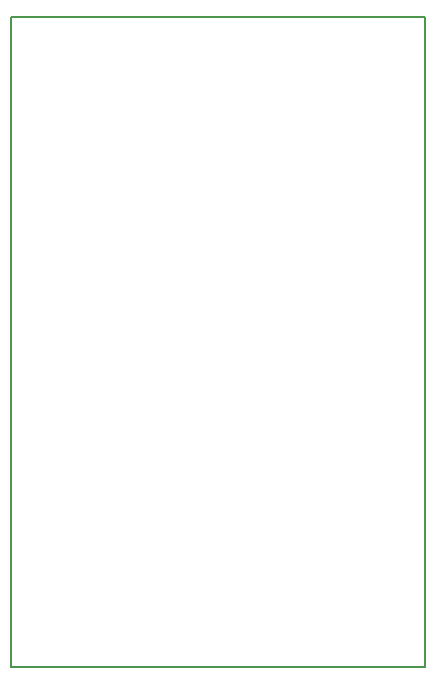
<source format=gbr>
G04 #@! TF.GenerationSoftware,KiCad,Pcbnew,(5.0.1)-3*
G04 #@! TF.CreationDate,2019-02-16T21:55:47-05:00*
G04 #@! TF.ProjectId,Zprobe Adaptor,5A70726F62652041646170746F722E6B,rev?*
G04 #@! TF.SameCoordinates,Original*
G04 #@! TF.FileFunction,Profile,NP*
%FSLAX46Y46*%
G04 Gerber Fmt 4.6, Leading zero omitted, Abs format (unit mm)*
G04 Created by KiCad (PCBNEW (5.0.1)-3) date 2/16/2019 9:55:47 PM*
%MOMM*%
%LPD*%
G01*
G04 APERTURE LIST*
%ADD10C,0.150000*%
G04 APERTURE END LIST*
D10*
X90000000Y-110000000D02*
X89000000Y-110000000D01*
X96000000Y-110000000D02*
X90000000Y-110000000D01*
X96000000Y-110000000D02*
X124000000Y-110000000D01*
X89000000Y-55000000D02*
X89000000Y-110000000D01*
X124000000Y-55000000D02*
X89000000Y-55000000D01*
X124000000Y-110000000D02*
X124000000Y-55000000D01*
M02*

</source>
